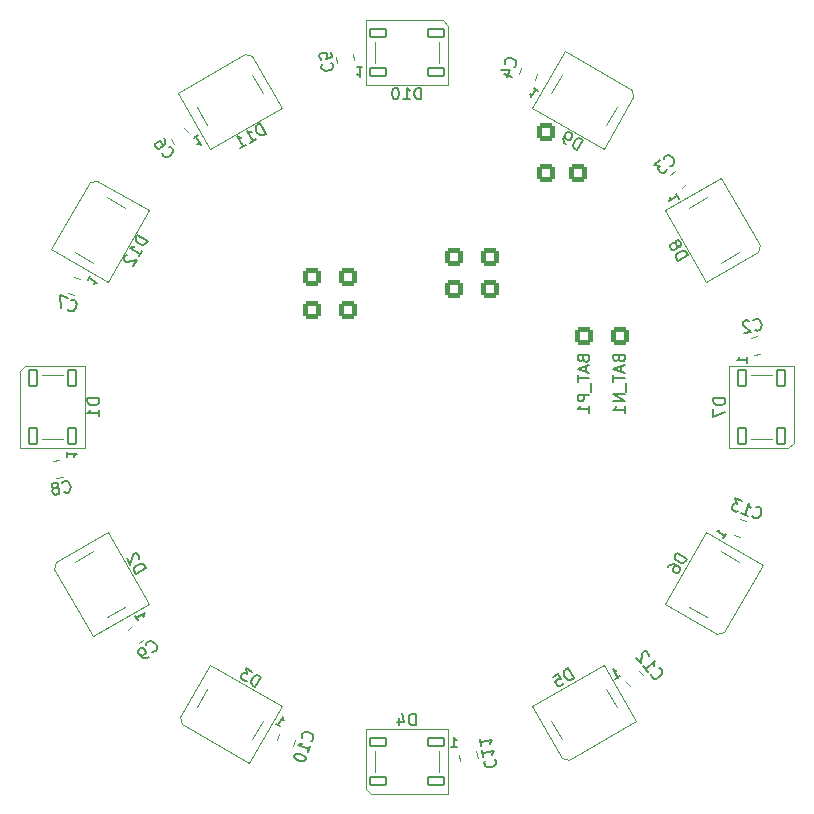
<source format=gbr>
%TF.GenerationSoftware,KiCad,Pcbnew,8.0.7*%
%TF.CreationDate,2024-12-28T18:39:16-05:00*%
%TF.ProjectId,nob,6e6f622e-6b69-4636-9164-5f7063625858,rev?*%
%TF.SameCoordinates,Original*%
%TF.FileFunction,Legend,Bot*%
%TF.FilePolarity,Positive*%
%FSLAX46Y46*%
G04 Gerber Fmt 4.6, Leading zero omitted, Abs format (unit mm)*
G04 Created by KiCad (PCBNEW 8.0.7) date 2024-12-28 18:39:16*
%MOMM*%
%LPD*%
G01*
G04 APERTURE LIST*
G04 Aperture macros list*
%AMRoundRect*
0 Rectangle with rounded corners*
0 $1 Rounding radius*
0 $2 $3 $4 $5 $6 $7 $8 $9 X,Y pos of 4 corners*
0 Add a 4 corners polygon primitive as box body*
4,1,4,$2,$3,$4,$5,$6,$7,$8,$9,$2,$3,0*
0 Add four circle primitives for the rounded corners*
1,1,$1+$1,$2,$3*
1,1,$1+$1,$4,$5*
1,1,$1+$1,$6,$7*
1,1,$1+$1,$8,$9*
0 Add four rect primitives between the rounded corners*
20,1,$1+$1,$2,$3,$4,$5,0*
20,1,$1+$1,$4,$5,$6,$7,0*
20,1,$1+$1,$6,$7,$8,$9,0*
20,1,$1+$1,$8,$9,$2,$3,0*%
G04 Aperture macros list end*
%ADD10C,0.150000*%
%ADD11C,0.120000*%
%ADD12RoundRect,0.250000X0.550000X0.550000X-0.550000X0.550000X-0.550000X-0.550000X0.550000X-0.550000X0*%
%ADD13RoundRect,0.250000X-0.550000X-0.550000X0.550000X-0.550000X0.550000X0.550000X-0.550000X0.550000X0*%
%ADD14C,3.600000*%
%ADD15C,5.600000*%
%ADD16RoundRect,0.250000X0.397383X0.360849X-0.072464X0.531859X-0.397383X-0.360849X0.072464X-0.531859X0*%
%ADD17RoundRect,0.250000X0.511196X-0.163719X0.424372X0.328685X-0.511196X0.163719X-0.424372X-0.328685X0*%
%ADD18RoundRect,0.250000X0.163719X0.511196X-0.328685X0.424372X-0.163719X-0.511196X0.328685X-0.424372X0*%
%ADD19RoundRect,0.090000X0.391577X0.641769X-0.751577X-0.018231X-0.391577X-0.641769X0.751577X0.018231X0*%
%ADD20RoundRect,0.090000X-0.360000X0.660000X-0.360000X-0.660000X0.360000X-0.660000X0.360000X0.660000X0*%
%ADD21RoundRect,0.090000X0.751577X-0.018231X-0.391577X0.641769X-0.751577X0.018231X0.391577X-0.641769X0*%
%ADD22RoundRect,0.090000X-0.660000X-0.360000X0.660000X-0.360000X0.660000X0.360000X-0.660000X0.360000X0*%
%ADD23RoundRect,0.090000X0.660000X0.360000X-0.660000X0.360000X-0.660000X-0.360000X0.660000X-0.360000X0*%
%ADD24RoundRect,0.250000X-0.163719X-0.511196X0.328685X-0.424372X0.163719X0.511196X-0.328685X0.424372X0*%
%ADD25RoundRect,0.250000X-0.113813X0.524568X-0.496835X0.203174X0.113813X-0.524568X0.496835X-0.203174X0*%
%ADD26RoundRect,0.090000X-0.641769X0.391577X0.018231X-0.751577X0.641769X-0.391577X-0.018231X0.751577X0*%
%ADD27RoundRect,0.250000X0.360849X-0.397383X0.531859X0.072464X-0.360849X0.397383X-0.531859X-0.072464X0*%
%ADD28RoundRect,0.090000X0.641769X-0.391577X-0.018231X0.751577X-0.641769X0.391577X0.018231X-0.751577X0*%
%ADD29RoundRect,0.090000X0.018231X0.751577X-0.641769X-0.391577X-0.018231X-0.751577X0.641769X0.391577X0*%
%ADD30RoundRect,0.090000X-0.751577X0.018231X0.391577X-0.641769X0.751577X-0.018231X-0.391577X0.641769X0*%
%ADD31RoundRect,0.250000X0.113813X-0.524568X0.496835X-0.203174X-0.113813X0.524568X-0.496835X0.203174X0*%
%ADD32RoundRect,0.090000X0.360000X-0.660000X0.360000X0.660000X-0.360000X0.660000X-0.360000X-0.660000X0*%
%ADD33RoundRect,0.250000X-0.360849X0.397383X-0.531859X-0.072464X0.360849X-0.397383X0.531859X0.072464X0*%
%ADD34RoundRect,0.250000X0.524568X0.113813X0.203174X0.496835X-0.524568X-0.113813X-0.203174X-0.496835X0*%
%ADD35RoundRect,0.250000X-0.511196X0.163719X-0.424372X-0.328685X0.511196X-0.163719X0.424372X0.328685X0*%
%ADD36RoundRect,0.090000X-0.018231X-0.751577X0.641769X0.391577X0.018231X0.751577X-0.641769X-0.391577X0*%
%ADD37RoundRect,0.250000X-0.524568X-0.113813X-0.203174X-0.496835X0.524568X0.113813X0.203174X0.496835X0*%
%ADD38RoundRect,0.090000X-0.391577X-0.641769X0.751577X0.018231X0.391577X0.641769X-0.751577X-0.018231X0*%
%ADD39RoundRect,0.250000X-0.397383X-0.360849X0.072464X-0.531859X0.397383X0.360849X-0.072464X0.531859X0*%
G04 APERTURE END LIST*
D10*
X159246477Y-79239685D02*
X159274937Y-79300719D01*
X159274937Y-79300719D02*
X159392892Y-79394326D01*
X159392892Y-79394326D02*
X159482387Y-79426900D01*
X159482387Y-79426900D02*
X159632915Y-79431013D01*
X159632915Y-79431013D02*
X159754983Y-79374091D01*
X159754983Y-79374091D02*
X159832304Y-79300883D01*
X159832304Y-79300883D02*
X159942198Y-79138181D01*
X159942198Y-79138181D02*
X159991058Y-79003939D01*
X159991058Y-79003939D02*
X160011457Y-78808664D01*
X160011457Y-78808664D02*
X159999283Y-78702882D01*
X159999283Y-78702882D02*
X159942362Y-78580814D01*
X159942362Y-78580814D02*
X159824407Y-78487207D01*
X159824407Y-78487207D02*
X159734913Y-78454634D01*
X159734913Y-78454634D02*
X159584384Y-78450521D01*
X159584384Y-78450521D02*
X159523350Y-78478982D01*
X158318958Y-79003446D02*
X158855925Y-79198886D01*
X158587442Y-79101166D02*
X158929462Y-78161474D01*
X158929462Y-78161474D02*
X158970096Y-78328289D01*
X158970096Y-78328289D02*
X159027017Y-78450357D01*
X159027017Y-78450357D02*
X159100225Y-78527677D01*
X158347747Y-77949747D02*
X157766033Y-77738020D01*
X157766033Y-77738020D02*
X157948970Y-78210005D01*
X157948970Y-78210005D02*
X157814728Y-78161145D01*
X157814728Y-78161145D02*
X157708947Y-78173319D01*
X157708947Y-78173319D02*
X157647913Y-78201779D01*
X157647913Y-78201779D02*
X157570593Y-78274987D01*
X157570593Y-78274987D02*
X157489159Y-78498724D01*
X157489159Y-78498724D02*
X157501333Y-78604505D01*
X157501333Y-78604505D02*
X157529794Y-78665539D01*
X157529794Y-78665539D02*
X157603002Y-78742859D01*
X157603002Y-78742859D02*
X157871485Y-78840579D01*
X157871485Y-78840579D02*
X157977267Y-78828406D01*
X157977267Y-78828406D02*
X158038300Y-78799945D01*
X136621434Y-99948035D02*
X136582808Y-100003199D01*
X136582808Y-100003199D02*
X136560719Y-100152155D01*
X136560719Y-100152155D02*
X136577257Y-100245946D01*
X136577257Y-100245946D02*
X136648959Y-100378364D01*
X136648959Y-100378364D02*
X136759289Y-100455618D01*
X136759289Y-100455618D02*
X136861349Y-100485975D01*
X136861349Y-100485975D02*
X137057200Y-100499795D01*
X137057200Y-100499795D02*
X137197887Y-100474988D01*
X137197887Y-100474988D02*
X137377200Y-100395017D01*
X137377200Y-100395017D02*
X137462723Y-100331583D01*
X137462723Y-100331583D02*
X137539976Y-100221254D01*
X137539976Y-100221254D02*
X137562065Y-100072298D01*
X137562065Y-100072298D02*
X137545527Y-99978507D01*
X137545527Y-99978507D02*
X137473824Y-99846089D01*
X137473824Y-99846089D02*
X137418660Y-99807462D01*
X136362264Y-99026661D02*
X136461491Y-99589408D01*
X136411878Y-99308034D02*
X137396685Y-99134386D01*
X137396685Y-99134386D02*
X137272537Y-99252984D01*
X137272537Y-99252984D02*
X137195283Y-99363313D01*
X137195283Y-99363313D02*
X137164926Y-99465373D01*
X136196885Y-98088748D02*
X136296112Y-98651496D01*
X136246498Y-98370122D02*
X137231306Y-98196474D01*
X137231306Y-98196474D02*
X137107157Y-98315072D01*
X137107157Y-98315072D02*
X137029904Y-98425401D01*
X137029904Y-98425401D02*
X136999546Y-98527461D01*
X159479078Y-63461254D02*
X159534243Y-63499881D01*
X159534243Y-63499881D02*
X159683199Y-63521970D01*
X159683199Y-63521970D02*
X159776990Y-63505432D01*
X159776990Y-63505432D02*
X159909408Y-63433729D01*
X159909408Y-63433729D02*
X159986661Y-63323400D01*
X159986661Y-63323400D02*
X160017019Y-63221340D01*
X160017019Y-63221340D02*
X160030838Y-63025489D01*
X160030838Y-63025489D02*
X160006032Y-62884802D01*
X160006032Y-62884802D02*
X159926060Y-62705488D01*
X159926060Y-62705488D02*
X159862627Y-62619966D01*
X159862627Y-62619966D02*
X159752297Y-62542713D01*
X159752297Y-62542713D02*
X159603342Y-62520624D01*
X159603342Y-62520624D02*
X159509550Y-62537162D01*
X159509550Y-62537162D02*
X159377133Y-62608864D01*
X159377133Y-62608864D02*
X159338506Y-62664029D01*
X158963341Y-62730181D02*
X158908176Y-62691554D01*
X158908176Y-62691554D02*
X158806116Y-62661196D01*
X158806116Y-62661196D02*
X158571638Y-62702541D01*
X158571638Y-62702541D02*
X158486116Y-62765975D01*
X158486116Y-62765975D02*
X158447489Y-62821139D01*
X158447489Y-62821139D02*
X158417132Y-62923199D01*
X158417132Y-62923199D02*
X158433670Y-63016991D01*
X158433670Y-63016991D02*
X158505372Y-63149409D01*
X158505372Y-63149409D02*
X159167347Y-63612928D01*
X159167347Y-63612928D02*
X158557704Y-63720425D01*
X144116618Y-92974510D02*
X143616618Y-92108485D01*
X143616618Y-92108485D02*
X143410421Y-92227532D01*
X143410421Y-92227532D02*
X143310513Y-92340200D01*
X143310513Y-92340200D02*
X143275653Y-92470298D01*
X143275653Y-92470298D02*
X143282033Y-92576586D01*
X143282033Y-92576586D02*
X143336032Y-92765353D01*
X143336032Y-92765353D02*
X143407460Y-92889071D01*
X143407460Y-92889071D02*
X143543938Y-93030218D01*
X143543938Y-93030218D02*
X143632796Y-93088887D01*
X143632796Y-93088887D02*
X143762894Y-93123747D01*
X143762894Y-93123747D02*
X143910421Y-93093558D01*
X143910421Y-93093558D02*
X144116618Y-92974510D01*
X142338199Y-92846580D02*
X142750592Y-92608485D01*
X142750592Y-92608485D02*
X143029927Y-92997068D01*
X143029927Y-92997068D02*
X142964878Y-92979638D01*
X142964878Y-92979638D02*
X142858590Y-92986018D01*
X142858590Y-92986018D02*
X142652393Y-93105066D01*
X142652393Y-93105066D02*
X142593724Y-93193924D01*
X142593724Y-93193924D02*
X142576295Y-93258973D01*
X142576295Y-93258973D02*
X142582674Y-93365261D01*
X142582674Y-93365261D02*
X142701722Y-93571458D01*
X142701722Y-93571458D02*
X142790580Y-93630127D01*
X142790580Y-93630127D02*
X142855629Y-93647556D01*
X142855629Y-93647556D02*
X142961917Y-93641177D01*
X142961917Y-93641177D02*
X143168114Y-93522129D01*
X143168114Y-93522129D02*
X143226783Y-93433271D01*
X143226783Y-93433271D02*
X143244213Y-93368222D01*
X147647300Y-93023163D02*
X148043197Y-92794592D01*
X147845249Y-92908878D02*
X147445249Y-92216057D01*
X147445249Y-92216057D02*
X147568375Y-92276936D01*
X147568375Y-92276936D02*
X147672453Y-92304824D01*
X147672453Y-92304824D02*
X147757483Y-92299720D01*
X156954819Y-69261905D02*
X155954819Y-69261905D01*
X155954819Y-69261905D02*
X155954819Y-69500000D01*
X155954819Y-69500000D02*
X156002438Y-69642857D01*
X156002438Y-69642857D02*
X156097676Y-69738095D01*
X156097676Y-69738095D02*
X156192914Y-69785714D01*
X156192914Y-69785714D02*
X156383390Y-69833333D01*
X156383390Y-69833333D02*
X156526247Y-69833333D01*
X156526247Y-69833333D02*
X156716723Y-69785714D01*
X156716723Y-69785714D02*
X156811961Y-69738095D01*
X156811961Y-69738095D02*
X156907200Y-69642857D01*
X156907200Y-69642857D02*
X156954819Y-69500000D01*
X156954819Y-69500000D02*
X156954819Y-69261905D01*
X155954819Y-70166667D02*
X155954819Y-70833333D01*
X155954819Y-70833333D02*
X156954819Y-70404762D01*
X158762295Y-66228571D02*
X158762295Y-65771428D01*
X158762295Y-66000000D02*
X157962295Y-66000000D01*
X157962295Y-66000000D02*
X158076580Y-65923809D01*
X158076580Y-65923809D02*
X158152771Y-65847619D01*
X158152771Y-65847619D02*
X158190866Y-65771428D01*
X117161799Y-93712605D02*
X117661799Y-92846579D01*
X117661799Y-92846579D02*
X117455602Y-92727532D01*
X117455602Y-92727532D02*
X117308075Y-92697342D01*
X117308075Y-92697342D02*
X117177977Y-92732202D01*
X117177977Y-92732202D02*
X117089119Y-92790871D01*
X117089119Y-92790871D02*
X116952641Y-92932019D01*
X116952641Y-92932019D02*
X116881213Y-93055737D01*
X116881213Y-93055737D02*
X116827214Y-93244503D01*
X116827214Y-93244503D02*
X116820834Y-93350792D01*
X116820834Y-93350792D02*
X116855694Y-93480889D01*
X116855694Y-93480889D02*
X116955602Y-93593557D01*
X116955602Y-93593557D02*
X117161799Y-93712605D01*
X116878252Y-92394198D02*
X116342141Y-92084675D01*
X116342141Y-92084675D02*
X116440340Y-92581256D01*
X116440340Y-92581256D02*
X116316622Y-92509827D01*
X116316622Y-92509827D02*
X116210334Y-92503447D01*
X116210334Y-92503447D02*
X116145285Y-92520877D01*
X116145285Y-92520877D02*
X116056427Y-92579546D01*
X116056427Y-92579546D02*
X115937379Y-92785743D01*
X115937379Y-92785743D02*
X115930999Y-92892031D01*
X115930999Y-92892031D02*
X115948429Y-92957080D01*
X115948429Y-92957080D02*
X116007098Y-93045938D01*
X116007098Y-93045938D02*
X116254534Y-93188795D01*
X116254534Y-93188795D02*
X116360822Y-93195175D01*
X116360822Y-93195175D02*
X116425871Y-93177745D01*
X118885005Y-96794591D02*
X119280902Y-97023163D01*
X119082954Y-96908877D02*
X119482954Y-96216057D01*
X119482954Y-96216057D02*
X119491794Y-96353126D01*
X119491794Y-96353126D02*
X119519681Y-96457205D01*
X119519681Y-96457205D02*
X119566617Y-96528291D01*
X131214285Y-43954819D02*
X131214285Y-42954819D01*
X131214285Y-42954819D02*
X130976190Y-42954819D01*
X130976190Y-42954819D02*
X130833333Y-43002438D01*
X130833333Y-43002438D02*
X130738095Y-43097676D01*
X130738095Y-43097676D02*
X130690476Y-43192914D01*
X130690476Y-43192914D02*
X130642857Y-43383390D01*
X130642857Y-43383390D02*
X130642857Y-43526247D01*
X130642857Y-43526247D02*
X130690476Y-43716723D01*
X130690476Y-43716723D02*
X130738095Y-43811961D01*
X130738095Y-43811961D02*
X130833333Y-43907200D01*
X130833333Y-43907200D02*
X130976190Y-43954819D01*
X130976190Y-43954819D02*
X131214285Y-43954819D01*
X129690476Y-43954819D02*
X130261904Y-43954819D01*
X129976190Y-43954819D02*
X129976190Y-42954819D01*
X129976190Y-42954819D02*
X130071428Y-43097676D01*
X130071428Y-43097676D02*
X130166666Y-43192914D01*
X130166666Y-43192914D02*
X130261904Y-43240533D01*
X129071428Y-42954819D02*
X128976190Y-42954819D01*
X128976190Y-42954819D02*
X128880952Y-43002438D01*
X128880952Y-43002438D02*
X128833333Y-43050057D01*
X128833333Y-43050057D02*
X128785714Y-43145295D01*
X128785714Y-43145295D02*
X128738095Y-43335771D01*
X128738095Y-43335771D02*
X128738095Y-43573866D01*
X128738095Y-43573866D02*
X128785714Y-43764342D01*
X128785714Y-43764342D02*
X128833333Y-43859580D01*
X128833333Y-43859580D02*
X128880952Y-43907200D01*
X128880952Y-43907200D02*
X128976190Y-43954819D01*
X128976190Y-43954819D02*
X129071428Y-43954819D01*
X129071428Y-43954819D02*
X129166666Y-43907200D01*
X129166666Y-43907200D02*
X129214285Y-43859580D01*
X129214285Y-43859580D02*
X129261904Y-43764342D01*
X129261904Y-43764342D02*
X129309523Y-43573866D01*
X129309523Y-43573866D02*
X129309523Y-43335771D01*
X129309523Y-43335771D02*
X129261904Y-43145295D01*
X129261904Y-43145295D02*
X129214285Y-43050057D01*
X129214285Y-43050057D02*
X129166666Y-43002438D01*
X129166666Y-43002438D02*
X129071428Y-42954819D01*
X126228571Y-41237704D02*
X125771428Y-41237704D01*
X126000000Y-41237704D02*
X126000000Y-42037704D01*
X126000000Y-42037704D02*
X125923809Y-41923419D01*
X125923809Y-41923419D02*
X125847619Y-41847228D01*
X125847619Y-41847228D02*
X125771428Y-41809133D01*
X130738094Y-96954819D02*
X130738094Y-95954819D01*
X130738094Y-95954819D02*
X130499999Y-95954819D01*
X130499999Y-95954819D02*
X130357142Y-96002438D01*
X130357142Y-96002438D02*
X130261904Y-96097676D01*
X130261904Y-96097676D02*
X130214285Y-96192914D01*
X130214285Y-96192914D02*
X130166666Y-96383390D01*
X130166666Y-96383390D02*
X130166666Y-96526247D01*
X130166666Y-96526247D02*
X130214285Y-96716723D01*
X130214285Y-96716723D02*
X130261904Y-96811961D01*
X130261904Y-96811961D02*
X130357142Y-96907200D01*
X130357142Y-96907200D02*
X130499999Y-96954819D01*
X130499999Y-96954819D02*
X130738094Y-96954819D01*
X129309523Y-96288152D02*
X129309523Y-96954819D01*
X129547618Y-95907200D02*
X129785713Y-96621485D01*
X129785713Y-96621485D02*
X129166666Y-96621485D01*
X133771428Y-98762295D02*
X134228571Y-98762295D01*
X133999999Y-98762295D02*
X133999999Y-97962295D01*
X133999999Y-97962295D02*
X134076190Y-98076580D01*
X134076190Y-98076580D02*
X134152380Y-98152771D01*
X134152380Y-98152771D02*
X134228571Y-98190866D01*
X100974070Y-77189098D02*
X101029235Y-77227725D01*
X101029235Y-77227725D02*
X101178191Y-77249814D01*
X101178191Y-77249814D02*
X101271982Y-77233276D01*
X101271982Y-77233276D02*
X101404400Y-77161573D01*
X101404400Y-77161573D02*
X101481653Y-77051244D01*
X101481653Y-77051244D02*
X101512011Y-76949184D01*
X101512011Y-76949184D02*
X101525830Y-76753333D01*
X101525830Y-76753333D02*
X101501024Y-76612646D01*
X101501024Y-76612646D02*
X101421052Y-76433332D01*
X101421052Y-76433332D02*
X101357619Y-76347810D01*
X101357619Y-76347810D02*
X101247289Y-76270557D01*
X101247289Y-76270557D02*
X101098334Y-76248468D01*
X101098334Y-76248468D02*
X101004542Y-76265006D01*
X101004542Y-76265006D02*
X100872125Y-76336708D01*
X100872125Y-76336708D02*
X100833498Y-76391873D01*
X100328633Y-76819370D02*
X100414156Y-76755936D01*
X100414156Y-76755936D02*
X100452782Y-76700772D01*
X100452782Y-76700772D02*
X100483140Y-76598712D01*
X100483140Y-76598712D02*
X100474871Y-76551816D01*
X100474871Y-76551816D02*
X100411437Y-76466294D01*
X100411437Y-76466294D02*
X100356273Y-76427667D01*
X100356273Y-76427667D02*
X100254213Y-76397309D01*
X100254213Y-76397309D02*
X100066630Y-76430385D01*
X100066630Y-76430385D02*
X99981108Y-76493819D01*
X99981108Y-76493819D02*
X99942481Y-76548983D01*
X99942481Y-76548983D02*
X99912124Y-76651043D01*
X99912124Y-76651043D02*
X99920393Y-76697939D01*
X99920393Y-76697939D02*
X99983826Y-76783461D01*
X99983826Y-76783461D02*
X100038991Y-76822088D01*
X100038991Y-76822088D02*
X100141051Y-76852446D01*
X100141051Y-76852446D02*
X100328633Y-76819370D01*
X100328633Y-76819370D02*
X100430694Y-76849727D01*
X100430694Y-76849727D02*
X100485858Y-76888354D01*
X100485858Y-76888354D02*
X100549292Y-76973876D01*
X100549292Y-76973876D02*
X100582367Y-77161459D01*
X100582367Y-77161459D02*
X100552010Y-77263519D01*
X100552010Y-77263519D02*
X100513383Y-77318684D01*
X100513383Y-77318684D02*
X100427861Y-77382117D01*
X100427861Y-77382117D02*
X100240278Y-77415193D01*
X100240278Y-77415193D02*
X100138218Y-77384835D01*
X100138218Y-77384835D02*
X100083054Y-77346209D01*
X100083054Y-77346209D02*
X100019620Y-77260686D01*
X100019620Y-77260686D02*
X99986544Y-77073104D01*
X99986544Y-77073104D02*
X100016902Y-76971044D01*
X100016902Y-76971044D02*
X100055529Y-76915879D01*
X100055529Y-76915879D02*
X100141051Y-76852446D01*
X152260257Y-49597741D02*
X152327345Y-49603610D01*
X152327345Y-49603610D02*
X152467388Y-49548261D01*
X152467388Y-49548261D02*
X152540345Y-49487044D01*
X152540345Y-49487044D02*
X152619171Y-49358738D01*
X152619171Y-49358738D02*
X152630910Y-49224564D01*
X152630910Y-49224564D02*
X152606170Y-49120998D01*
X152606170Y-49120998D02*
X152520213Y-48944476D01*
X152520213Y-48944476D02*
X152428386Y-48835041D01*
X152428386Y-48835041D02*
X152269472Y-48719737D01*
X152269472Y-48719737D02*
X152171776Y-48677389D01*
X152171776Y-48677389D02*
X152037601Y-48665651D01*
X152037601Y-48665651D02*
X151897557Y-48720999D01*
X151897557Y-48720999D02*
X151824601Y-48782217D01*
X151824601Y-48782217D02*
X151745775Y-48910522D01*
X151745775Y-48910522D02*
X151739906Y-48977609D01*
X151423340Y-49118915D02*
X150949122Y-49516831D01*
X150949122Y-49516831D02*
X151449341Y-49594395D01*
X151449341Y-49594395D02*
X151339906Y-49686222D01*
X151339906Y-49686222D02*
X151297559Y-49783918D01*
X151297559Y-49783918D02*
X151291689Y-49851006D01*
X151291689Y-49851006D02*
X151316429Y-49954571D01*
X151316429Y-49954571D02*
X151469473Y-50136963D01*
X151469473Y-50136963D02*
X151567170Y-50179310D01*
X151567170Y-50179310D02*
X151634257Y-50185180D01*
X151634257Y-50185180D02*
X151737822Y-50160440D01*
X151737822Y-50160440D02*
X151956692Y-49976786D01*
X151956692Y-49976786D02*
X151999040Y-49879090D01*
X151999040Y-49879090D02*
X152004909Y-49812003D01*
X144931009Y-65904761D02*
X144978628Y-66047618D01*
X144978628Y-66047618D02*
X145026247Y-66095237D01*
X145026247Y-66095237D02*
X145121485Y-66142856D01*
X145121485Y-66142856D02*
X145264342Y-66142856D01*
X145264342Y-66142856D02*
X145359580Y-66095237D01*
X145359580Y-66095237D02*
X145407200Y-66047618D01*
X145407200Y-66047618D02*
X145454819Y-65952380D01*
X145454819Y-65952380D02*
X145454819Y-65571428D01*
X145454819Y-65571428D02*
X144454819Y-65571428D01*
X144454819Y-65571428D02*
X144454819Y-65904761D01*
X144454819Y-65904761D02*
X144502438Y-65999999D01*
X144502438Y-65999999D02*
X144550057Y-66047618D01*
X144550057Y-66047618D02*
X144645295Y-66095237D01*
X144645295Y-66095237D02*
X144740533Y-66095237D01*
X144740533Y-66095237D02*
X144835771Y-66047618D01*
X144835771Y-66047618D02*
X144883390Y-65999999D01*
X144883390Y-65999999D02*
X144931009Y-65904761D01*
X144931009Y-65904761D02*
X144931009Y-65571428D01*
X145169104Y-66523809D02*
X145169104Y-66999999D01*
X145454819Y-66428571D02*
X144454819Y-66761904D01*
X144454819Y-66761904D02*
X145454819Y-67095237D01*
X144454819Y-67285714D02*
X144454819Y-67857142D01*
X145454819Y-67571428D02*
X144454819Y-67571428D01*
X145550057Y-67952381D02*
X145550057Y-68714285D01*
X145454819Y-68952381D02*
X144454819Y-68952381D01*
X144454819Y-68952381D02*
X144454819Y-69333333D01*
X144454819Y-69333333D02*
X144502438Y-69428571D01*
X144502438Y-69428571D02*
X144550057Y-69476190D01*
X144550057Y-69476190D02*
X144645295Y-69523809D01*
X144645295Y-69523809D02*
X144788152Y-69523809D01*
X144788152Y-69523809D02*
X144883390Y-69476190D01*
X144883390Y-69476190D02*
X144931009Y-69428571D01*
X144931009Y-69428571D02*
X144978628Y-69333333D01*
X144978628Y-69333333D02*
X144978628Y-68952381D01*
X145454819Y-70476190D02*
X145454819Y-69904762D01*
X145454819Y-70190476D02*
X144454819Y-70190476D01*
X144454819Y-70190476D02*
X144597676Y-70095238D01*
X144597676Y-70095238D02*
X144692914Y-70000000D01*
X144692914Y-70000000D02*
X144740533Y-69904762D01*
X147931009Y-65880952D02*
X147978628Y-66023809D01*
X147978628Y-66023809D02*
X148026247Y-66071428D01*
X148026247Y-66071428D02*
X148121485Y-66119047D01*
X148121485Y-66119047D02*
X148264342Y-66119047D01*
X148264342Y-66119047D02*
X148359580Y-66071428D01*
X148359580Y-66071428D02*
X148407200Y-66023809D01*
X148407200Y-66023809D02*
X148454819Y-65928571D01*
X148454819Y-65928571D02*
X148454819Y-65547619D01*
X148454819Y-65547619D02*
X147454819Y-65547619D01*
X147454819Y-65547619D02*
X147454819Y-65880952D01*
X147454819Y-65880952D02*
X147502438Y-65976190D01*
X147502438Y-65976190D02*
X147550057Y-66023809D01*
X147550057Y-66023809D02*
X147645295Y-66071428D01*
X147645295Y-66071428D02*
X147740533Y-66071428D01*
X147740533Y-66071428D02*
X147835771Y-66023809D01*
X147835771Y-66023809D02*
X147883390Y-65976190D01*
X147883390Y-65976190D02*
X147931009Y-65880952D01*
X147931009Y-65880952D02*
X147931009Y-65547619D01*
X148169104Y-66500000D02*
X148169104Y-66976190D01*
X148454819Y-66404762D02*
X147454819Y-66738095D01*
X147454819Y-66738095D02*
X148454819Y-67071428D01*
X147454819Y-67261905D02*
X147454819Y-67833333D01*
X148454819Y-67547619D02*
X147454819Y-67547619D01*
X148550057Y-67928572D02*
X148550057Y-68690476D01*
X148454819Y-68928572D02*
X147454819Y-68928572D01*
X147454819Y-68928572D02*
X148454819Y-69500000D01*
X148454819Y-69500000D02*
X147454819Y-69500000D01*
X148454819Y-70500000D02*
X148454819Y-69928572D01*
X148454819Y-70214286D02*
X147454819Y-70214286D01*
X147454819Y-70214286D02*
X147597676Y-70119048D01*
X147597676Y-70119048D02*
X147692914Y-70023810D01*
X147692914Y-70023810D02*
X147740533Y-69928572D01*
X152924835Y-57616618D02*
X153790860Y-57116618D01*
X153790860Y-57116618D02*
X153671813Y-56910421D01*
X153671813Y-56910421D02*
X153559145Y-56810513D01*
X153559145Y-56810513D02*
X153429047Y-56775653D01*
X153429047Y-56775653D02*
X153322759Y-56782033D01*
X153322759Y-56782033D02*
X153133992Y-56836032D01*
X153133992Y-56836032D02*
X153010274Y-56907460D01*
X153010274Y-56907460D02*
X152869127Y-57043938D01*
X152869127Y-57043938D02*
X152810458Y-57132796D01*
X152810458Y-57132796D02*
X152775598Y-57262894D01*
X152775598Y-57262894D02*
X152805787Y-57410421D01*
X152805787Y-57410421D02*
X152924835Y-57616618D01*
X152848278Y-56341160D02*
X152937136Y-56399829D01*
X152937136Y-56399829D02*
X153002185Y-56417259D01*
X153002185Y-56417259D02*
X153108473Y-56410879D01*
X153108473Y-56410879D02*
X153149713Y-56387070D01*
X153149713Y-56387070D02*
X153208382Y-56298211D01*
X153208382Y-56298211D02*
X153225812Y-56233163D01*
X153225812Y-56233163D02*
X153219432Y-56126875D01*
X153219432Y-56126875D02*
X153124194Y-55961917D01*
X153124194Y-55961917D02*
X153035335Y-55903248D01*
X153035335Y-55903248D02*
X152970287Y-55885818D01*
X152970287Y-55885818D02*
X152863998Y-55892198D01*
X152863998Y-55892198D02*
X152822759Y-55916008D01*
X152822759Y-55916008D02*
X152764090Y-56004866D01*
X152764090Y-56004866D02*
X152746660Y-56069915D01*
X152746660Y-56069915D02*
X152753040Y-56176203D01*
X152753040Y-56176203D02*
X152848278Y-56341160D01*
X152848278Y-56341160D02*
X152854658Y-56447448D01*
X152854658Y-56447448D02*
X152837228Y-56512497D01*
X152837228Y-56512497D02*
X152778559Y-56601356D01*
X152778559Y-56601356D02*
X152613602Y-56696594D01*
X152613602Y-56696594D02*
X152507314Y-56702973D01*
X152507314Y-56702973D02*
X152442265Y-56685544D01*
X152442265Y-56685544D02*
X152353406Y-56626875D01*
X152353406Y-56626875D02*
X152258168Y-56461917D01*
X152258168Y-56461917D02*
X152251789Y-56355629D01*
X152251789Y-56355629D02*
X152269218Y-56290580D01*
X152269218Y-56290580D02*
X152327887Y-56201722D01*
X152327887Y-56201722D02*
X152492845Y-56106484D01*
X152492845Y-56106484D02*
X152599133Y-56100104D01*
X152599133Y-56100104D02*
X152664182Y-56117534D01*
X152664182Y-56117534D02*
X152753040Y-56176203D01*
X153023163Y-52352699D02*
X152794592Y-51956802D01*
X152908878Y-52154750D02*
X152216057Y-52554750D01*
X152216057Y-52554750D02*
X152276936Y-52431624D01*
X152276936Y-52431624D02*
X152304824Y-52327546D01*
X152304824Y-52327546D02*
X152299720Y-52242516D01*
X121875845Y-98284268D02*
X121936879Y-98255808D01*
X121936879Y-98255808D02*
X122030486Y-98137853D01*
X122030486Y-98137853D02*
X122063060Y-98048358D01*
X122063060Y-98048358D02*
X122067173Y-97897830D01*
X122067173Y-97897830D02*
X122010251Y-97775762D01*
X122010251Y-97775762D02*
X121937043Y-97698441D01*
X121937043Y-97698441D02*
X121774341Y-97588547D01*
X121774341Y-97588547D02*
X121640099Y-97539687D01*
X121640099Y-97539687D02*
X121444824Y-97519288D01*
X121444824Y-97519288D02*
X121339042Y-97531462D01*
X121339042Y-97531462D02*
X121216974Y-97588383D01*
X121216974Y-97588383D02*
X121123367Y-97706338D01*
X121123367Y-97706338D02*
X121090794Y-97795832D01*
X121090794Y-97795832D02*
X121086681Y-97946361D01*
X121086681Y-97946361D02*
X121115142Y-98007395D01*
X121639606Y-99211787D02*
X121835046Y-98674820D01*
X121737326Y-98943303D02*
X120797634Y-98601283D01*
X120797634Y-98601283D02*
X120964449Y-98560649D01*
X120964449Y-98560649D02*
X121086517Y-98503728D01*
X121086517Y-98503728D02*
X121163837Y-98430520D01*
X120488187Y-99451481D02*
X120455614Y-99540976D01*
X120455614Y-99540976D02*
X120467787Y-99646757D01*
X120467787Y-99646757D02*
X120496248Y-99707791D01*
X120496248Y-99707791D02*
X120569456Y-99785112D01*
X120569456Y-99785112D02*
X120732158Y-99895006D01*
X120732158Y-99895006D02*
X120955895Y-99976439D01*
X120955895Y-99976439D02*
X121151170Y-99996838D01*
X121151170Y-99996838D02*
X121256952Y-99984664D01*
X121256952Y-99984664D02*
X121317986Y-99956204D01*
X121317986Y-99956204D02*
X121395306Y-99882996D01*
X121395306Y-99882996D02*
X121427879Y-99793501D01*
X121427879Y-99793501D02*
X121415706Y-99687720D01*
X121415706Y-99687720D02*
X121387245Y-99626686D01*
X121387245Y-99626686D02*
X121314037Y-99549366D01*
X121314037Y-99549366D02*
X121151335Y-99439472D01*
X121151335Y-99439472D02*
X120927598Y-99358038D01*
X120927598Y-99358038D02*
X120732323Y-99337639D01*
X120732323Y-99337639D02*
X120626541Y-99349813D01*
X120626541Y-99349813D02*
X120565507Y-99378273D01*
X120565507Y-99378273D02*
X120488187Y-99451481D01*
X107025489Y-84116618D02*
X107891514Y-83616618D01*
X107891514Y-83616618D02*
X107772467Y-83410421D01*
X107772467Y-83410421D02*
X107659799Y-83310513D01*
X107659799Y-83310513D02*
X107529701Y-83275653D01*
X107529701Y-83275653D02*
X107423413Y-83282033D01*
X107423413Y-83282033D02*
X107234646Y-83336032D01*
X107234646Y-83336032D02*
X107110928Y-83407460D01*
X107110928Y-83407460D02*
X106969781Y-83543938D01*
X106969781Y-83543938D02*
X106911112Y-83632796D01*
X106911112Y-83632796D02*
X106876252Y-83762894D01*
X106876252Y-83762894D02*
X106906441Y-83910421D01*
X106906441Y-83910421D02*
X107025489Y-84116618D01*
X107332845Y-82839451D02*
X107350275Y-82774402D01*
X107350275Y-82774402D02*
X107343895Y-82668114D01*
X107343895Y-82668114D02*
X107224848Y-82461917D01*
X107224848Y-82461917D02*
X107135989Y-82403248D01*
X107135989Y-82403248D02*
X107070941Y-82385818D01*
X107070941Y-82385818D02*
X106964652Y-82392198D01*
X106964652Y-82392198D02*
X106882174Y-82439817D01*
X106882174Y-82439817D02*
X106782265Y-82552485D01*
X106782265Y-82552485D02*
X106573108Y-83333071D01*
X106573108Y-83333071D02*
X106263584Y-82796960D01*
X106976836Y-87647300D02*
X107205407Y-88043197D01*
X107091121Y-87845249D02*
X107783942Y-87445249D01*
X107783942Y-87445249D02*
X107723063Y-87568375D01*
X107723063Y-87568375D02*
X107695175Y-87672453D01*
X107695175Y-87672453D02*
X107700279Y-87757483D01*
X153712605Y-82838200D02*
X152846579Y-82338200D01*
X152846579Y-82338200D02*
X152727532Y-82544397D01*
X152727532Y-82544397D02*
X152697342Y-82691924D01*
X152697342Y-82691924D02*
X152732202Y-82822022D01*
X152732202Y-82822022D02*
X152790871Y-82910880D01*
X152790871Y-82910880D02*
X152932019Y-83047358D01*
X152932019Y-83047358D02*
X153055737Y-83118786D01*
X153055737Y-83118786D02*
X153244503Y-83172785D01*
X153244503Y-83172785D02*
X153350792Y-83179165D01*
X153350792Y-83179165D02*
X153480889Y-83144305D01*
X153480889Y-83144305D02*
X153593557Y-83044397D01*
X153593557Y-83044397D02*
X153712605Y-82838200D01*
X152132294Y-83575379D02*
X152227532Y-83410422D01*
X152227532Y-83410422D02*
X152316390Y-83351753D01*
X152316390Y-83351753D02*
X152381439Y-83334323D01*
X152381439Y-83334323D02*
X152552776Y-83323273D01*
X152552776Y-83323273D02*
X152741543Y-83377272D01*
X152741543Y-83377272D02*
X153071457Y-83567748D01*
X153071457Y-83567748D02*
X153130126Y-83656607D01*
X153130126Y-83656607D02*
X153147556Y-83721655D01*
X153147556Y-83721655D02*
X153141176Y-83827944D01*
X153141176Y-83827944D02*
X153045938Y-83992901D01*
X153045938Y-83992901D02*
X152957080Y-84051570D01*
X152957080Y-84051570D02*
X152892031Y-84069000D01*
X152892031Y-84069000D02*
X152785743Y-84062620D01*
X152785743Y-84062620D02*
X152579546Y-83943572D01*
X152579546Y-83943572D02*
X152520877Y-83854714D01*
X152520877Y-83854714D02*
X152503447Y-83789665D01*
X152503447Y-83789665D02*
X152509827Y-83683377D01*
X152509827Y-83683377D02*
X152605065Y-83518420D01*
X152605065Y-83518420D02*
X152693924Y-83459751D01*
X152693924Y-83459751D02*
X152758972Y-83442321D01*
X152758972Y-83442321D02*
X152865261Y-83448701D01*
X156794591Y-81114994D02*
X157023163Y-80719097D01*
X156908877Y-80917045D02*
X156216057Y-80517045D01*
X156216057Y-80517045D02*
X156353126Y-80508205D01*
X156353126Y-80508205D02*
X156457205Y-80480318D01*
X156457205Y-80480318D02*
X156528291Y-80433382D01*
X144411800Y-48262932D02*
X144911800Y-47396906D01*
X144911800Y-47396906D02*
X144705603Y-47277859D01*
X144705603Y-47277859D02*
X144558076Y-47247669D01*
X144558076Y-47247669D02*
X144427978Y-47282529D01*
X144427978Y-47282529D02*
X144339120Y-47341198D01*
X144339120Y-47341198D02*
X144202642Y-47482346D01*
X144202642Y-47482346D02*
X144131214Y-47606064D01*
X144131214Y-47606064D02*
X144077215Y-47794830D01*
X144077215Y-47794830D02*
X144070835Y-47901119D01*
X144070835Y-47901119D02*
X144105695Y-48031216D01*
X144105695Y-48031216D02*
X144205603Y-48143884D01*
X144205603Y-48143884D02*
X144411800Y-48262932D01*
X143504535Y-47739122D02*
X143339578Y-47643884D01*
X143339578Y-47643884D02*
X143280909Y-47555026D01*
X143280909Y-47555026D02*
X143263479Y-47489977D01*
X143263479Y-47489977D02*
X143252429Y-47318640D01*
X143252429Y-47318640D02*
X143306428Y-47129873D01*
X143306428Y-47129873D02*
X143496904Y-46799959D01*
X143496904Y-46799959D02*
X143585762Y-46741290D01*
X143585762Y-46741290D02*
X143650811Y-46723860D01*
X143650811Y-46723860D02*
X143757099Y-46730240D01*
X143757099Y-46730240D02*
X143922056Y-46825478D01*
X143922056Y-46825478D02*
X143980726Y-46914336D01*
X143980726Y-46914336D02*
X143998155Y-46979385D01*
X143998155Y-46979385D02*
X143991776Y-47085673D01*
X143991776Y-47085673D02*
X143872728Y-47291870D01*
X143872728Y-47291870D02*
X143783870Y-47350539D01*
X143783870Y-47350539D02*
X143718821Y-47367968D01*
X143718821Y-47367968D02*
X143612533Y-47361589D01*
X143612533Y-47361589D02*
X143447575Y-47266351D01*
X143447575Y-47266351D02*
X143388906Y-47177492D01*
X143388906Y-47177492D02*
X143371477Y-47112443D01*
X143371477Y-47112443D02*
X143377856Y-47006155D01*
X141114994Y-43205408D02*
X140719097Y-42976836D01*
X140917045Y-43091122D02*
X140517045Y-43783942D01*
X140517045Y-43783942D02*
X140508205Y-43646873D01*
X140508205Y-43646873D02*
X140480318Y-43542794D01*
X140480318Y-43542794D02*
X140433382Y-43471708D01*
X108457357Y-90738907D02*
X108524445Y-90744776D01*
X108524445Y-90744776D02*
X108664488Y-90689427D01*
X108664488Y-90689427D02*
X108737445Y-90628210D01*
X108737445Y-90628210D02*
X108816271Y-90499904D01*
X108816271Y-90499904D02*
X108828010Y-90365730D01*
X108828010Y-90365730D02*
X108803270Y-90262164D01*
X108803270Y-90262164D02*
X108717313Y-90085642D01*
X108717313Y-90085642D02*
X108625486Y-89976207D01*
X108625486Y-89976207D02*
X108466572Y-89860903D01*
X108466572Y-89860903D02*
X108368876Y-89818555D01*
X108368876Y-89818555D02*
X108234701Y-89806817D01*
X108234701Y-89806817D02*
X108094657Y-89862165D01*
X108094657Y-89862165D02*
X108021701Y-89923383D01*
X108021701Y-89923383D02*
X107942875Y-90051688D01*
X107942875Y-90051688D02*
X107937006Y-90118775D01*
X108153792Y-91117952D02*
X108007879Y-91240388D01*
X108007879Y-91240388D02*
X107904313Y-91265128D01*
X107904313Y-91265128D02*
X107837226Y-91259258D01*
X107837226Y-91259258D02*
X107672443Y-91211041D01*
X107672443Y-91211041D02*
X107513529Y-91095737D01*
X107513529Y-91095737D02*
X107268657Y-90803911D01*
X107268657Y-90803911D02*
X107243918Y-90700345D01*
X107243918Y-90700345D02*
X107249787Y-90633258D01*
X107249787Y-90633258D02*
X107292135Y-90535562D01*
X107292135Y-90535562D02*
X107438048Y-90413126D01*
X107438048Y-90413126D02*
X107541614Y-90388386D01*
X107541614Y-90388386D02*
X107608701Y-90394256D01*
X107608701Y-90394256D02*
X107706397Y-90436603D01*
X107706397Y-90436603D02*
X107859442Y-90618995D01*
X107859442Y-90618995D02*
X107884181Y-90722560D01*
X107884181Y-90722560D02*
X107878312Y-90789648D01*
X107878312Y-90789648D02*
X107835964Y-90887344D01*
X107835964Y-90887344D02*
X107690051Y-91009780D01*
X107690051Y-91009780D02*
X107586485Y-91034519D01*
X107586485Y-91034519D02*
X107519398Y-91028650D01*
X107519398Y-91028650D02*
X107421702Y-90986302D01*
X103954819Y-69261905D02*
X102954819Y-69261905D01*
X102954819Y-69261905D02*
X102954819Y-69500000D01*
X102954819Y-69500000D02*
X103002438Y-69642857D01*
X103002438Y-69642857D02*
X103097676Y-69738095D01*
X103097676Y-69738095D02*
X103192914Y-69785714D01*
X103192914Y-69785714D02*
X103383390Y-69833333D01*
X103383390Y-69833333D02*
X103526247Y-69833333D01*
X103526247Y-69833333D02*
X103716723Y-69785714D01*
X103716723Y-69785714D02*
X103811961Y-69738095D01*
X103811961Y-69738095D02*
X103907200Y-69642857D01*
X103907200Y-69642857D02*
X103954819Y-69500000D01*
X103954819Y-69500000D02*
X103954819Y-69261905D01*
X103954819Y-70785714D02*
X103954819Y-70214286D01*
X103954819Y-70500000D02*
X102954819Y-70500000D01*
X102954819Y-70500000D02*
X103097676Y-70404762D01*
X103097676Y-70404762D02*
X103192914Y-70309524D01*
X103192914Y-70309524D02*
X103240533Y-70214286D01*
X101237704Y-73771428D02*
X101237704Y-74228571D01*
X101237704Y-73999999D02*
X102037704Y-73999999D01*
X102037704Y-73999999D02*
X101923419Y-74076190D01*
X101923419Y-74076190D02*
X101847228Y-74152380D01*
X101847228Y-74152380D02*
X101809133Y-74228571D01*
X139076818Y-41200995D02*
X139137852Y-41172535D01*
X139137852Y-41172535D02*
X139231459Y-41054580D01*
X139231459Y-41054580D02*
X139264033Y-40965085D01*
X139264033Y-40965085D02*
X139268146Y-40814557D01*
X139268146Y-40814557D02*
X139211224Y-40692489D01*
X139211224Y-40692489D02*
X139138017Y-40615168D01*
X139138017Y-40615168D02*
X138975314Y-40505274D01*
X138975314Y-40505274D02*
X138841072Y-40456414D01*
X138841072Y-40456414D02*
X138645797Y-40436015D01*
X138645797Y-40436015D02*
X138540015Y-40448189D01*
X138540015Y-40448189D02*
X138417948Y-40505110D01*
X138417948Y-40505110D02*
X138324340Y-40623065D01*
X138324340Y-40623065D02*
X138291767Y-40712560D01*
X138291767Y-40712560D02*
X138287654Y-40863088D01*
X138287654Y-40863088D02*
X138316115Y-40924122D01*
X138246691Y-41811006D02*
X138873153Y-42039020D01*
X137970146Y-41456976D02*
X138722789Y-41477540D01*
X138722789Y-41477540D02*
X138511062Y-42059255D01*
X150708348Y-92625041D02*
X150702479Y-92692128D01*
X150702479Y-92692128D02*
X150757827Y-92832172D01*
X150757827Y-92832172D02*
X150819045Y-92905129D01*
X150819045Y-92905129D02*
X150947350Y-92983955D01*
X150947350Y-92983955D02*
X151081525Y-92995693D01*
X151081525Y-92995693D02*
X151185090Y-92970954D01*
X151185090Y-92970954D02*
X151361612Y-92884996D01*
X151361612Y-92884996D02*
X151471047Y-92793170D01*
X151471047Y-92793170D02*
X151586352Y-92634255D01*
X151586352Y-92634255D02*
X151628699Y-92536559D01*
X151628699Y-92536559D02*
X151640438Y-92402385D01*
X151640438Y-92402385D02*
X151585090Y-92262341D01*
X151585090Y-92262341D02*
X151523872Y-92189384D01*
X151523872Y-92189384D02*
X151395567Y-92110558D01*
X151395567Y-92110558D02*
X151328479Y-92104689D01*
X150023213Y-91956693D02*
X150390520Y-92394432D01*
X150206866Y-92175562D02*
X150972911Y-91532775D01*
X150972911Y-91532775D02*
X150924694Y-91697558D01*
X150924694Y-91697558D02*
X150912955Y-91831733D01*
X150912955Y-91831733D02*
X150937695Y-91935298D01*
X150471429Y-91083296D02*
X150477299Y-91016209D01*
X150477299Y-91016209D02*
X150452559Y-90912644D01*
X150452559Y-90912644D02*
X150299514Y-90730252D01*
X150299514Y-90730252D02*
X150201818Y-90687904D01*
X150201818Y-90687904D02*
X150134731Y-90682035D01*
X150134731Y-90682035D02*
X150031165Y-90706775D01*
X150031165Y-90706775D02*
X149958209Y-90767992D01*
X149958209Y-90767992D02*
X149879383Y-90896298D01*
X149879383Y-90896298D02*
X149808950Y-91701344D01*
X149808950Y-91701344D02*
X149411034Y-91227126D01*
X122810901Y-40974070D02*
X122772274Y-41029235D01*
X122772274Y-41029235D02*
X122750185Y-41178191D01*
X122750185Y-41178191D02*
X122766723Y-41271982D01*
X122766723Y-41271982D02*
X122838426Y-41404400D01*
X122838426Y-41404400D02*
X122948755Y-41481653D01*
X122948755Y-41481653D02*
X123050815Y-41512011D01*
X123050815Y-41512011D02*
X123246666Y-41525830D01*
X123246666Y-41525830D02*
X123387353Y-41501024D01*
X123387353Y-41501024D02*
X123566667Y-41421052D01*
X123566667Y-41421052D02*
X123652189Y-41357619D01*
X123652189Y-41357619D02*
X123729442Y-41247289D01*
X123729442Y-41247289D02*
X123751531Y-41098334D01*
X123751531Y-41098334D02*
X123734993Y-41004542D01*
X123734993Y-41004542D02*
X123663291Y-40872125D01*
X123663291Y-40872125D02*
X123608126Y-40833498D01*
X123544807Y-39925943D02*
X123627497Y-40394900D01*
X123627497Y-40394900D02*
X123166809Y-40524485D01*
X123166809Y-40524485D02*
X123205436Y-40469320D01*
X123205436Y-40469320D02*
X123235794Y-40367260D01*
X123235794Y-40367260D02*
X123194449Y-40132782D01*
X123194449Y-40132782D02*
X123131015Y-40047260D01*
X123131015Y-40047260D02*
X123075851Y-40008633D01*
X123075851Y-40008633D02*
X122973791Y-39978275D01*
X122973791Y-39978275D02*
X122739313Y-40019620D01*
X122739313Y-40019620D02*
X122653790Y-40083054D01*
X122653790Y-40083054D02*
X122615164Y-40138218D01*
X122615164Y-40138218D02*
X122584806Y-40240278D01*
X122584806Y-40240278D02*
X122626151Y-40474756D01*
X122626151Y-40474756D02*
X122689584Y-40560279D01*
X122689584Y-40560279D02*
X122744749Y-40598905D01*
X108051354Y-55925807D02*
X107185329Y-55425807D01*
X107185329Y-55425807D02*
X107066281Y-55632003D01*
X107066281Y-55632003D02*
X107036092Y-55779531D01*
X107036092Y-55779531D02*
X107070952Y-55909628D01*
X107070952Y-55909628D02*
X107129621Y-55998487D01*
X107129621Y-55998487D02*
X107270768Y-56134964D01*
X107270768Y-56134964D02*
X107394486Y-56206393D01*
X107394486Y-56206393D02*
X107583253Y-56260391D01*
X107583253Y-56260391D02*
X107689541Y-56266771D01*
X107689541Y-56266771D02*
X107819639Y-56231912D01*
X107819639Y-56231912D02*
X107932307Y-56132003D01*
X107932307Y-56132003D02*
X108051354Y-55925807D01*
X107289449Y-57245464D02*
X107575164Y-56750593D01*
X107432307Y-56998029D02*
X106566281Y-56498029D01*
X106566281Y-56498029D02*
X106737618Y-56486979D01*
X106737618Y-56486979D02*
X106867716Y-56452119D01*
X106867716Y-56452119D02*
X106956574Y-56393450D01*
X106315426Y-57122998D02*
X106250378Y-57140428D01*
X106250378Y-57140428D02*
X106161519Y-57199097D01*
X106161519Y-57199097D02*
X106042472Y-57405293D01*
X106042472Y-57405293D02*
X106036092Y-57511582D01*
X106036092Y-57511582D02*
X106053522Y-57576630D01*
X106053522Y-57576630D02*
X106112191Y-57665489D01*
X106112191Y-57665489D02*
X106194669Y-57713108D01*
X106194669Y-57713108D02*
X106342197Y-57743297D01*
X106342197Y-57743297D02*
X107122783Y-57534140D01*
X107122783Y-57534140D02*
X106813259Y-58070251D01*
X103205408Y-58885005D02*
X102976836Y-59280902D01*
X103091122Y-59082954D02*
X103783942Y-59482954D01*
X103783942Y-59482954D02*
X103646873Y-59491794D01*
X103646873Y-59491794D02*
X103542794Y-59519681D01*
X103542794Y-59519681D02*
X103471708Y-59566617D01*
X109261092Y-48457357D02*
X109255223Y-48524445D01*
X109255223Y-48524445D02*
X109310572Y-48664488D01*
X109310572Y-48664488D02*
X109371789Y-48737445D01*
X109371789Y-48737445D02*
X109500095Y-48816271D01*
X109500095Y-48816271D02*
X109634269Y-48828010D01*
X109634269Y-48828010D02*
X109737835Y-48803270D01*
X109737835Y-48803270D02*
X109914357Y-48717313D01*
X109914357Y-48717313D02*
X110023792Y-48625486D01*
X110023792Y-48625486D02*
X110139096Y-48466572D01*
X110139096Y-48466572D02*
X110181444Y-48368876D01*
X110181444Y-48368876D02*
X110193182Y-48234701D01*
X110193182Y-48234701D02*
X110137834Y-48094657D01*
X110137834Y-48094657D02*
X110076616Y-48021701D01*
X110076616Y-48021701D02*
X109948311Y-47942875D01*
X109948311Y-47942875D02*
X109881224Y-47937006D01*
X109403219Y-47219178D02*
X109525655Y-47365091D01*
X109525655Y-47365091D02*
X109550395Y-47468657D01*
X109550395Y-47468657D02*
X109544525Y-47535744D01*
X109544525Y-47535744D02*
X109496308Y-47700528D01*
X109496308Y-47700528D02*
X109381004Y-47859442D01*
X109381004Y-47859442D02*
X109089178Y-48104313D01*
X109089178Y-48104313D02*
X108985612Y-48129053D01*
X108985612Y-48129053D02*
X108918525Y-48123183D01*
X108918525Y-48123183D02*
X108820829Y-48080836D01*
X108820829Y-48080836D02*
X108698393Y-47934922D01*
X108698393Y-47934922D02*
X108673653Y-47831357D01*
X108673653Y-47831357D02*
X108679523Y-47764270D01*
X108679523Y-47764270D02*
X108721870Y-47666573D01*
X108721870Y-47666573D02*
X108904262Y-47513529D01*
X108904262Y-47513529D02*
X109007827Y-47488789D01*
X109007827Y-47488789D02*
X109074915Y-47494659D01*
X109074915Y-47494659D02*
X109172611Y-47537006D01*
X109172611Y-47537006D02*
X109295047Y-47682919D01*
X109295047Y-47682919D02*
X109319786Y-47786485D01*
X109319786Y-47786485D02*
X109313917Y-47853572D01*
X109313917Y-47853572D02*
X109271569Y-47951268D01*
X118029011Y-46837068D02*
X117529011Y-45971043D01*
X117529011Y-45971043D02*
X117322815Y-46090091D01*
X117322815Y-46090091D02*
X117222906Y-46202759D01*
X117222906Y-46202759D02*
X117188047Y-46332856D01*
X117188047Y-46332856D02*
X117194427Y-46439144D01*
X117194427Y-46439144D02*
X117248425Y-46627911D01*
X117248425Y-46627911D02*
X117319854Y-46751629D01*
X117319854Y-46751629D02*
X117456331Y-46892777D01*
X117456331Y-46892777D02*
X117545190Y-46951446D01*
X117545190Y-46951446D02*
X117675287Y-46986305D01*
X117675287Y-46986305D02*
X117822815Y-46956116D01*
X117822815Y-46956116D02*
X118029011Y-46837068D01*
X116709354Y-47598973D02*
X117204225Y-47313259D01*
X116956789Y-47456116D02*
X116456789Y-46590091D01*
X116456789Y-46590091D02*
X116610697Y-46666190D01*
X116610697Y-46666190D02*
X116740794Y-46701049D01*
X116740794Y-46701049D02*
X116847082Y-46694669D01*
X115884567Y-48075164D02*
X116379439Y-47789449D01*
X116132003Y-47932307D02*
X115632003Y-47066281D01*
X115632003Y-47066281D02*
X115785910Y-47142380D01*
X115785910Y-47142380D02*
X115916008Y-47177240D01*
X115916008Y-47177240D02*
X116022296Y-47170860D01*
X112352699Y-46976836D02*
X111956802Y-47205407D01*
X112154750Y-47091121D02*
X112554750Y-47783942D01*
X112554750Y-47783942D02*
X112431624Y-47723063D01*
X112431624Y-47723063D02*
X112327546Y-47695175D01*
X112327546Y-47695175D02*
X112242516Y-47700279D01*
X101268258Y-61712978D02*
X101296718Y-61774012D01*
X101296718Y-61774012D02*
X101414673Y-61867619D01*
X101414673Y-61867619D02*
X101504168Y-61900193D01*
X101504168Y-61900193D02*
X101654696Y-61904306D01*
X101654696Y-61904306D02*
X101776764Y-61847384D01*
X101776764Y-61847384D02*
X101854085Y-61774177D01*
X101854085Y-61774177D02*
X101963979Y-61611474D01*
X101963979Y-61611474D02*
X102012839Y-61477232D01*
X102012839Y-61477232D02*
X102033238Y-61281957D01*
X102033238Y-61281957D02*
X102021064Y-61176175D01*
X102021064Y-61176175D02*
X101964143Y-61054108D01*
X101964143Y-61054108D02*
X101846188Y-60960500D01*
X101846188Y-60960500D02*
X101756693Y-60927927D01*
X101756693Y-60927927D02*
X101606165Y-60923814D01*
X101606165Y-60923814D02*
X101545131Y-60952275D01*
X101264473Y-60748773D02*
X100638012Y-60520760D01*
X100638012Y-60520760D02*
X100698717Y-61607033D01*
D11*
%TO.C,C13*%
X157693898Y-80861925D02*
X158184891Y-81040632D01*
X158196667Y-79480576D02*
X158687660Y-79659283D01*
%TO.C,C11*%
X134440245Y-99414581D02*
X134530977Y-99929147D01*
X135887913Y-99159319D02*
X135978645Y-99673885D01*
%TO.C,C2*%
X159159319Y-64112087D02*
X159673885Y-64021355D01*
X159414581Y-65559755D02*
X159929147Y-65469023D01*
%TO.C,D5*%
X140593911Y-95349192D02*
X143118911Y-99722620D01*
X140593911Y-95349192D02*
X146656089Y-91849192D01*
X142211731Y-96551339D02*
X143111731Y-98110185D01*
X143118911Y-99722620D02*
X143733623Y-99887332D01*
X143733623Y-99887332D02*
X149406089Y-96612332D01*
X146888269Y-93851339D02*
X147788269Y-95410185D01*
X149406089Y-96612332D02*
X146656089Y-91849192D01*
%TO.C,D7*%
X157250000Y-73500000D02*
X157250000Y-66500000D01*
X157250000Y-73500000D02*
X162300000Y-73500000D01*
X159100000Y-67300000D02*
X160900000Y-67300000D01*
X159100000Y-72700000D02*
X160900000Y-72700000D01*
X162300000Y-73500000D02*
X162750000Y-73050000D01*
X162750000Y-66500000D02*
X157250000Y-66500000D01*
X162750000Y-73050000D02*
X162750000Y-66500000D01*
%TO.C,D3*%
X110818911Y-96222620D02*
X110983623Y-96837332D01*
X110983623Y-96837332D02*
X116656089Y-100112332D01*
X113111731Y-93851339D02*
X112211731Y-95410185D01*
X113343911Y-91849192D02*
X110818911Y-96222620D01*
X113343911Y-91849192D02*
X119406089Y-95349192D01*
X116656089Y-100112332D02*
X119406089Y-95349192D01*
X117788269Y-96551339D02*
X116888269Y-98110185D01*
%TO.C,D10*%
X126500000Y-37250000D02*
X126500000Y-42750000D01*
X127300000Y-40900000D02*
X127300000Y-39100000D01*
X132700000Y-40900000D02*
X132700000Y-39100000D01*
X133050000Y-37250000D02*
X126500000Y-37250000D01*
X133500000Y-37700000D02*
X133050000Y-37250000D01*
X133500000Y-42750000D02*
X126500000Y-42750000D01*
X133500000Y-42750000D02*
X133500000Y-37700000D01*
%TO.C,D4*%
X126500000Y-97250000D02*
X126500000Y-102300000D01*
X126500000Y-97250000D02*
X133500000Y-97250000D01*
X126500000Y-102300000D02*
X126950000Y-102750000D01*
X126950000Y-102750000D02*
X133500000Y-102750000D01*
X127300000Y-99100000D02*
X127300000Y-100900000D01*
X132700000Y-99100000D02*
X132700000Y-100900000D01*
X133500000Y-102750000D02*
X133500000Y-97250000D01*
%TO.C,C8*%
X100585419Y-74440245D02*
X100070853Y-74530977D01*
X100840681Y-75887913D02*
X100326115Y-75978645D01*
%TO.C,C3*%
X152308753Y-50321259D02*
X152709015Y-49985400D01*
X153253651Y-51447344D02*
X153653913Y-51111485D01*
%TO.C,D8*%
X153851339Y-53111731D02*
X155410185Y-52211731D01*
X155349192Y-59406089D02*
X151849192Y-53343911D01*
X155349192Y-59406089D02*
X159722620Y-56881089D01*
X156551339Y-57788269D02*
X158110185Y-56888269D01*
X156612332Y-50593911D02*
X151849192Y-53343911D01*
X159722620Y-56881089D02*
X159887332Y-56266377D01*
X159887332Y-56266377D02*
X156612332Y-50593911D01*
%TO.C,C10*%
X119138075Y-97693898D02*
X118959368Y-98184891D01*
X120519424Y-98196667D02*
X120340717Y-98687660D01*
%TO.C,D2*%
X100112668Y-83733623D02*
X103387668Y-89406089D01*
X100277380Y-83118911D02*
X100112668Y-83733623D01*
X103387668Y-89406089D02*
X108150808Y-86656089D01*
X103448661Y-82211731D02*
X101889815Y-83111731D01*
X104650808Y-80593911D02*
X100277380Y-83118911D01*
X104650808Y-80593911D02*
X108150808Y-86656089D01*
X106148661Y-86888269D02*
X104589815Y-87788269D01*
%TO.C,D6*%
X151849192Y-86656089D02*
X155349192Y-80593911D01*
X151849192Y-86656089D02*
X156222620Y-89181089D01*
X153851339Y-86888269D02*
X155410185Y-87788269D01*
X156222620Y-89181089D02*
X156837332Y-89016377D01*
X156551339Y-82211731D02*
X158110185Y-83111731D01*
X156837332Y-89016377D02*
X160112332Y-83343911D01*
X160112332Y-83343911D02*
X155349192Y-80593911D01*
%TO.C,D9*%
X142211731Y-43448661D02*
X143111731Y-41889815D01*
X143343911Y-39887668D02*
X140593911Y-44650808D01*
X146656089Y-48150808D02*
X140593911Y-44650808D01*
X146656089Y-48150808D02*
X149181089Y-43777380D01*
X146888269Y-46148661D02*
X147788269Y-44589815D01*
X149016377Y-43162668D02*
X143343911Y-39887668D01*
X149181089Y-43777380D02*
X149016377Y-43162668D01*
%TO.C,C9*%
X106746349Y-88552656D02*
X106346087Y-88888515D01*
X107691247Y-89678741D02*
X107290985Y-90014600D01*
%TO.C,D1*%
X97250000Y-66950000D02*
X97250000Y-73500000D01*
X97250000Y-73500000D02*
X102750000Y-73500000D01*
X97700000Y-66500000D02*
X97250000Y-66950000D01*
X100900000Y-67300000D02*
X99100000Y-67300000D01*
X100900000Y-72700000D02*
X99100000Y-72700000D01*
X102750000Y-66500000D02*
X97700000Y-66500000D01*
X102750000Y-66500000D02*
X102750000Y-73500000D01*
%TO.C,C4*%
X139480576Y-41803333D02*
X139659283Y-41312340D01*
X140861925Y-42306102D02*
X141040632Y-41815109D01*
%TO.C,C12*%
X148552656Y-93253651D02*
X148888515Y-93653913D01*
X149678741Y-92308753D02*
X150014600Y-92709015D01*
%TO.C,C5*%
X124112087Y-40840681D02*
X124021355Y-40326115D01*
X125559755Y-40585419D02*
X125469023Y-40070853D01*
%TO.C,D12*%
X99887668Y-56656089D02*
X104650808Y-59406089D01*
X103162668Y-50983623D02*
X99887668Y-56656089D01*
X103448661Y-57788269D02*
X101889815Y-56888269D01*
X103777380Y-50818911D02*
X103162668Y-50983623D01*
X106148661Y-53111731D02*
X104589815Y-52211731D01*
X108150808Y-53343911D02*
X103777380Y-50818911D01*
X108150808Y-53343911D02*
X104650808Y-59406089D01*
%TO.C,C6*%
X110321259Y-47691247D02*
X109985400Y-47290985D01*
X111447344Y-46746349D02*
X111111485Y-46346087D01*
%TO.C,D11*%
X110593911Y-43387668D02*
X113343911Y-48150808D01*
X113111731Y-46148661D02*
X112211731Y-44589815D01*
X116266377Y-40112668D02*
X110593911Y-43387668D01*
X116881089Y-40277380D02*
X116266377Y-40112668D01*
X117788269Y-43448661D02*
X116888269Y-41889815D01*
X119406089Y-44650808D02*
X113343911Y-48150808D01*
X119406089Y-44650808D02*
X116881089Y-40277380D01*
%TO.C,C7*%
X101803333Y-60519424D02*
X101312340Y-60340717D01*
X102306102Y-59138075D02*
X101815109Y-58959368D01*
%TD*%
%LPC*%
D12*
%TO.C,G8*%
X137000000Y-60000000D03*
%TD*%
D13*
%TO.C,G9*%
X137000000Y-57250000D03*
%TD*%
D12*
%TO.C,P0*%
X141750000Y-50150000D03*
%TD*%
D14*
%TO.C,H3*%
X115857864Y-55857864D03*
D15*
X115857864Y-55857864D03*
%TD*%
D14*
%TO.C,H2*%
X115857864Y-84142136D03*
D15*
X115857864Y-84142136D03*
%TD*%
D13*
%TO.C,G2*%
X122000000Y-59000000D03*
%TD*%
D14*
%TO.C,H1*%
X144142136Y-84142136D03*
D15*
X144142136Y-84142136D03*
%TD*%
D13*
%TO.C,G3*%
X125000000Y-61750000D03*
%TD*%
D12*
%TO.C,G7*%
X134000000Y-60000000D03*
%TD*%
D13*
%TO.C,P1.5*%
X144500000Y-50150000D03*
%TD*%
%TO.C,G10*%
X134000000Y-57250000D03*
%TD*%
%TO.C,P10*%
X122000000Y-61750000D03*
%TD*%
D14*
%TO.C,H4*%
X144142136Y-55857864D03*
D15*
X144142136Y-55857864D03*
%TD*%
D13*
%TO.C,G4*%
X125000000Y-59000000D03*
%TD*%
D12*
%TO.C,P1*%
X141750000Y-46750000D03*
%TD*%
D16*
%TO.C,C13*%
X159083487Y-80585523D03*
X157298071Y-79935685D03*
%TD*%
D17*
%TO.C,C11*%
X135374411Y-100479800D03*
X135044479Y-98608666D03*
%TD*%
D18*
%TO.C,C2*%
X160479800Y-64625589D03*
X158608666Y-64955521D03*
%TD*%
D19*
%TO.C,D5*%
X146296762Y-93326820D03*
X147946762Y-96184704D03*
X143703238Y-98634704D03*
X142053238Y-95776820D03*
%TD*%
D20*
%TO.C,D7*%
X158350000Y-67550000D03*
X161650000Y-67550000D03*
X161650000Y-72450000D03*
X158350000Y-72450000D03*
%TD*%
D21*
%TO.C,D3*%
X117946762Y-95776820D03*
X116296762Y-98634704D03*
X112053238Y-96184704D03*
X113703238Y-93326820D03*
%TD*%
D22*
%TO.C,D10*%
X127550000Y-41650000D03*
X127550000Y-38350000D03*
X132450000Y-38350000D03*
X132450000Y-41650000D03*
%TD*%
D23*
%TO.C,D4*%
X132450000Y-98350000D03*
X132450000Y-101650000D03*
X127550000Y-101650000D03*
X127550000Y-98350000D03*
%TD*%
D24*
%TO.C,C8*%
X99520200Y-75374411D03*
X101391334Y-75044479D03*
%TD*%
D25*
%TO.C,C3*%
X153709075Y-50105724D03*
X152253591Y-51327020D03*
%TD*%
D13*
%TO.C,BAT_P1*%
X145000000Y-64000000D03*
%TD*%
%TO.C,BAT_N1*%
X148000000Y-64000000D03*
%TD*%
D26*
%TO.C,D8*%
X153326820Y-53703238D03*
X156184704Y-52053238D03*
X158634704Y-56296762D03*
X155776820Y-57946762D03*
%TD*%
D27*
%TO.C,C10*%
X119414477Y-99083487D03*
X120064315Y-97298071D03*
%TD*%
D28*
%TO.C,D2*%
X106673180Y-86296762D03*
X103815296Y-87946762D03*
X101365296Y-83703238D03*
X104223180Y-82053238D03*
%TD*%
D29*
%TO.C,D6*%
X155776820Y-82053238D03*
X158634704Y-83703238D03*
X156184704Y-87946762D03*
X153326820Y-86296762D03*
%TD*%
D30*
%TO.C,D9*%
X142053238Y-44223180D03*
X143703238Y-41365296D03*
X147946762Y-43815296D03*
X146296762Y-46673180D03*
%TD*%
D31*
%TO.C,C9*%
X106290925Y-89894276D03*
X107746409Y-88672980D03*
%TD*%
D32*
%TO.C,D1*%
X101650000Y-72450000D03*
X98350000Y-72450000D03*
X98350000Y-67550000D03*
X101650000Y-67550000D03*
%TD*%
D33*
%TO.C,C4*%
X140585523Y-40916513D03*
X139935685Y-42701929D03*
%TD*%
D34*
%TO.C,C12*%
X149894276Y-93709075D03*
X148672980Y-92253591D03*
%TD*%
D35*
%TO.C,C5*%
X124625589Y-39520200D03*
X124955521Y-41391334D03*
%TD*%
D36*
%TO.C,D12*%
X104223180Y-57946762D03*
X101365296Y-56296762D03*
X103815296Y-52053238D03*
X106673180Y-53703238D03*
%TD*%
D37*
%TO.C,C6*%
X110105724Y-46290925D03*
X111327020Y-47746409D03*
%TD*%
D38*
%TO.C,D11*%
X113703238Y-46673180D03*
X112053238Y-43815296D03*
X116296762Y-41365296D03*
X117946762Y-44223180D03*
%TD*%
D39*
%TO.C,C7*%
X100916513Y-59414477D03*
X102701929Y-60064315D03*
%TD*%
%LPD*%
M02*

</source>
